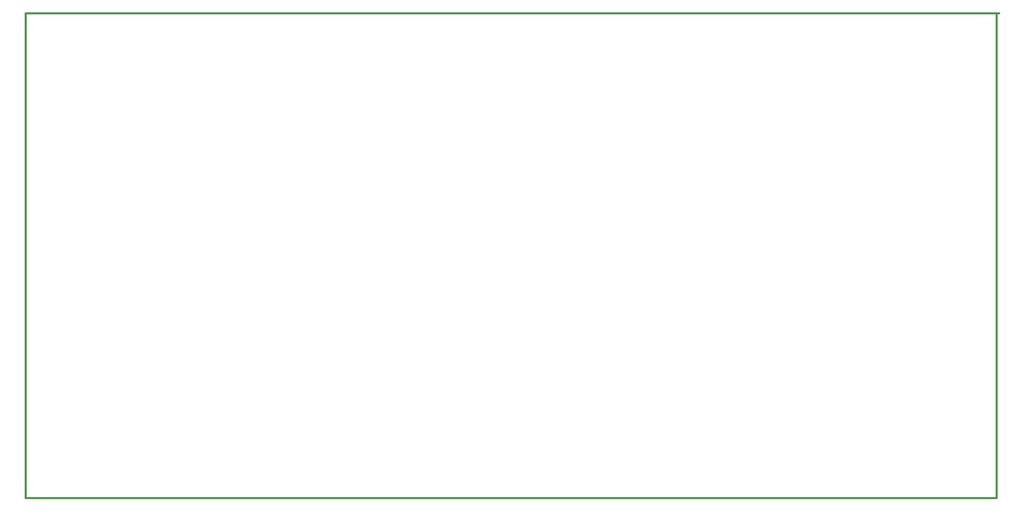
<source format=gbr>
G04 (created by PCBNEW (2013-mar-13)-testing) date vie 03 may 2013 10:14:01 ART*
%MOIN*%
G04 Gerber Fmt 3.4, Leading zero omitted, Abs format*
%FSLAX34Y34*%
G01*
G70*
G90*
G04 APERTURE LIST*
%ADD10C,2.3622e-06*%
%ADD11C,0.015*%
G04 APERTURE END LIST*
G54D10*
G54D11*
X93897Y-48622D02*
X15157Y-48622D01*
X93897Y-9251D02*
X93897Y-48622D01*
X15157Y-9251D02*
X15157Y-48622D01*
X94094Y-9251D02*
X15157Y-9251D01*
M02*

</source>
